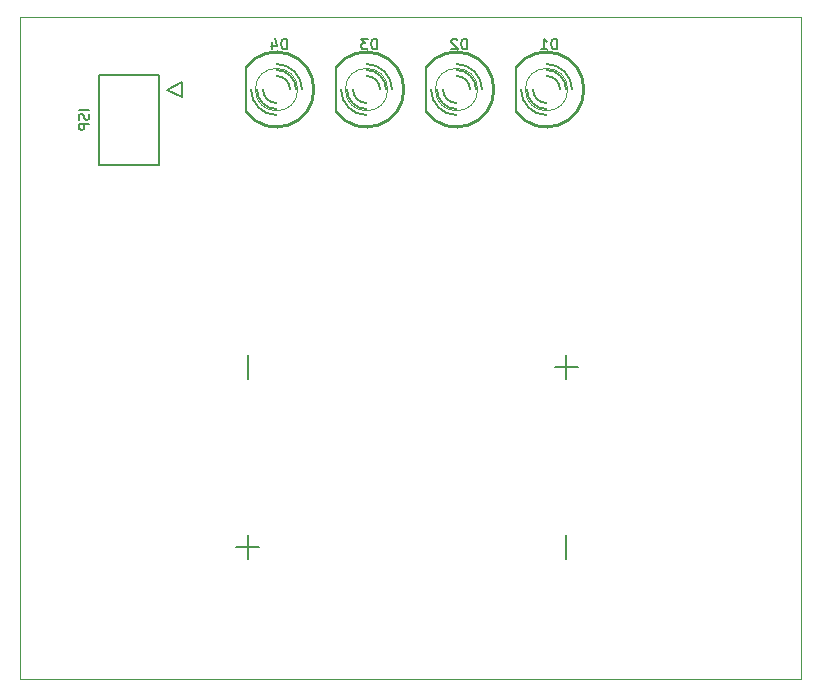
<source format=gbo>
G04 (created by PCBNEW (2013-mar-13)-testing) date Sat 29 Mar 2014 06:27:09 PM CET*
%MOIN*%
G04 Gerber Fmt 3.4, Leading zero omitted, Abs format*
%FSLAX34Y34*%
G01*
G70*
G90*
G04 APERTURE LIST*
%ADD10C,0.005906*%
%ADD11C,0.007874*%
%ADD12C,0.003937*%
%ADD13C,0.008000*%
%ADD14C,0.003000*%
%ADD15C,0.010000*%
%ADD16C,0.006000*%
G04 APERTURE END LIST*
G54D10*
G54D11*
X38500Y-31000D02*
X38000Y-30750D01*
X38500Y-30500D02*
X38500Y-31000D01*
X38000Y-30750D02*
X38500Y-30500D01*
G54D12*
X33106Y-28346D02*
X33106Y-50393D01*
X59143Y-28346D02*
X33106Y-28346D01*
X59143Y-50393D02*
X59143Y-28346D01*
X33106Y-50393D02*
X59143Y-50393D01*
G54D13*
X51314Y-46393D02*
X51314Y-45606D01*
X40685Y-46393D02*
X40685Y-45606D01*
X40291Y-46000D02*
X41078Y-46000D01*
X40685Y-39606D02*
X40685Y-40393D01*
X51314Y-39606D02*
X51314Y-40393D01*
X51708Y-40000D02*
X50921Y-40000D01*
X37750Y-33250D02*
X37750Y-30250D01*
X35750Y-30250D02*
X35750Y-33250D01*
X35750Y-33250D02*
X37750Y-33250D01*
X37750Y-30250D02*
X35750Y-30250D01*
X40630Y-31500D02*
X40630Y-30000D01*
G54D14*
X42357Y-30750D02*
G75*
G03X42357Y-30750I-707J0D01*
G74*
G01*
G54D15*
X40650Y-29998D02*
G75*
G02X40650Y-31500I999J-751D01*
G74*
G01*
G54D16*
X41650Y-30300D02*
G75*
G02X42100Y-30750I0J-450D01*
G74*
G01*
X41650Y-31200D02*
G75*
G02X41200Y-30750I0J450D01*
G74*
G01*
X41650Y-30100D02*
G75*
G02X42300Y-30750I0J-650D01*
G74*
G01*
X41650Y-31400D02*
G75*
G02X41000Y-30750I0J650D01*
G74*
G01*
X41650Y-29900D02*
G75*
G02X42500Y-30750I0J-850D01*
G74*
G01*
X41650Y-31600D02*
G75*
G02X40800Y-30750I0J850D01*
G74*
G01*
G54D13*
X43630Y-31500D02*
X43630Y-30000D01*
G54D14*
X45357Y-30750D02*
G75*
G03X45357Y-30750I-707J0D01*
G74*
G01*
G54D15*
X43650Y-29998D02*
G75*
G02X43650Y-31500I999J-751D01*
G74*
G01*
G54D16*
X44650Y-30300D02*
G75*
G02X45100Y-30750I0J-450D01*
G74*
G01*
X44650Y-31200D02*
G75*
G02X44200Y-30750I0J450D01*
G74*
G01*
X44650Y-30100D02*
G75*
G02X45300Y-30750I0J-650D01*
G74*
G01*
X44650Y-31400D02*
G75*
G02X44000Y-30750I0J650D01*
G74*
G01*
X44650Y-29900D02*
G75*
G02X45500Y-30750I0J-850D01*
G74*
G01*
X44650Y-31600D02*
G75*
G02X43800Y-30750I0J850D01*
G74*
G01*
G54D13*
X46630Y-31500D02*
X46630Y-30000D01*
G54D14*
X48357Y-30750D02*
G75*
G03X48357Y-30750I-707J0D01*
G74*
G01*
G54D15*
X46650Y-29998D02*
G75*
G02X46650Y-31500I999J-751D01*
G74*
G01*
G54D16*
X47650Y-30300D02*
G75*
G02X48100Y-30750I0J-450D01*
G74*
G01*
X47650Y-31200D02*
G75*
G02X47200Y-30750I0J450D01*
G74*
G01*
X47650Y-30100D02*
G75*
G02X48300Y-30750I0J-650D01*
G74*
G01*
X47650Y-31400D02*
G75*
G02X47000Y-30750I0J650D01*
G74*
G01*
X47650Y-29900D02*
G75*
G02X48500Y-30750I0J-850D01*
G74*
G01*
X47650Y-31600D02*
G75*
G02X46800Y-30750I0J850D01*
G74*
G01*
G54D13*
X49630Y-31500D02*
X49630Y-30000D01*
G54D14*
X51357Y-30750D02*
G75*
G03X51357Y-30750I-707J0D01*
G74*
G01*
G54D15*
X49650Y-29998D02*
G75*
G02X49650Y-31500I999J-751D01*
G74*
G01*
G54D16*
X50650Y-30300D02*
G75*
G02X51100Y-30750I0J-450D01*
G74*
G01*
X50650Y-31200D02*
G75*
G02X50200Y-30750I0J450D01*
G74*
G01*
X50650Y-30100D02*
G75*
G02X51300Y-30750I0J-650D01*
G74*
G01*
X50650Y-31400D02*
G75*
G02X50000Y-30750I0J650D01*
G74*
G01*
X50650Y-29900D02*
G75*
G02X51500Y-30750I0J-850D01*
G74*
G01*
X50650Y-31600D02*
G75*
G02X49800Y-30750I0J850D01*
G74*
G01*
G54D10*
X35403Y-31418D02*
X35063Y-31418D01*
X35387Y-31563D02*
X35403Y-31612D01*
X35403Y-31693D01*
X35387Y-31725D01*
X35371Y-31741D01*
X35339Y-31758D01*
X35306Y-31758D01*
X35274Y-31741D01*
X35258Y-31725D01*
X35241Y-31693D01*
X35225Y-31628D01*
X35209Y-31596D01*
X35193Y-31580D01*
X35160Y-31563D01*
X35128Y-31563D01*
X35096Y-31580D01*
X35080Y-31596D01*
X35063Y-31628D01*
X35063Y-31709D01*
X35080Y-31758D01*
X35403Y-31903D02*
X35063Y-31903D01*
X35063Y-32033D01*
X35080Y-32065D01*
X35096Y-32081D01*
X35128Y-32098D01*
X35177Y-32098D01*
X35209Y-32081D01*
X35225Y-32065D01*
X35241Y-32033D01*
X35241Y-31903D01*
X42000Y-29403D02*
X42000Y-29063D01*
X41920Y-29063D01*
X41871Y-29080D01*
X41839Y-29112D01*
X41822Y-29144D01*
X41806Y-29209D01*
X41806Y-29258D01*
X41822Y-29322D01*
X41839Y-29355D01*
X41871Y-29387D01*
X41920Y-29403D01*
X42000Y-29403D01*
X41515Y-29177D02*
X41515Y-29403D01*
X41596Y-29047D02*
X41677Y-29290D01*
X41466Y-29290D01*
X45000Y-29403D02*
X45000Y-29063D01*
X44920Y-29063D01*
X44871Y-29080D01*
X44839Y-29112D01*
X44822Y-29144D01*
X44806Y-29209D01*
X44806Y-29258D01*
X44822Y-29322D01*
X44839Y-29355D01*
X44871Y-29387D01*
X44920Y-29403D01*
X45000Y-29403D01*
X44693Y-29063D02*
X44482Y-29063D01*
X44596Y-29193D01*
X44547Y-29193D01*
X44515Y-29209D01*
X44499Y-29225D01*
X44482Y-29258D01*
X44482Y-29339D01*
X44499Y-29371D01*
X44515Y-29387D01*
X44547Y-29403D01*
X44644Y-29403D01*
X44677Y-29387D01*
X44693Y-29371D01*
X48000Y-29403D02*
X48000Y-29063D01*
X47920Y-29063D01*
X47871Y-29080D01*
X47839Y-29112D01*
X47822Y-29144D01*
X47806Y-29209D01*
X47806Y-29258D01*
X47822Y-29322D01*
X47839Y-29355D01*
X47871Y-29387D01*
X47920Y-29403D01*
X48000Y-29403D01*
X47677Y-29096D02*
X47660Y-29080D01*
X47628Y-29063D01*
X47547Y-29063D01*
X47515Y-29080D01*
X47499Y-29096D01*
X47482Y-29128D01*
X47482Y-29160D01*
X47499Y-29209D01*
X47693Y-29403D01*
X47482Y-29403D01*
X51000Y-29403D02*
X51000Y-29063D01*
X50920Y-29063D01*
X50871Y-29080D01*
X50839Y-29112D01*
X50822Y-29144D01*
X50806Y-29209D01*
X50806Y-29258D01*
X50822Y-29322D01*
X50839Y-29355D01*
X50871Y-29387D01*
X50920Y-29403D01*
X51000Y-29403D01*
X50482Y-29403D02*
X50677Y-29403D01*
X50580Y-29403D02*
X50580Y-29063D01*
X50612Y-29112D01*
X50644Y-29144D01*
X50677Y-29160D01*
M02*

</source>
